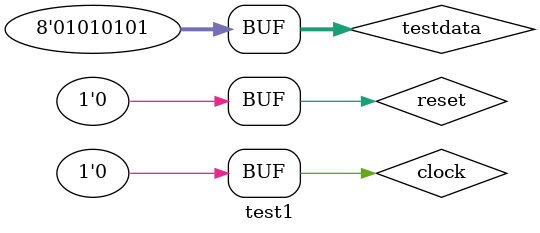
<source format=v>
module test1();
localparam CYCLES = 8;
reg clock = 1'b0;
reg reset = 1'b0;

reg [7:0] testdata = 8'b01010101;

wire dout;

shift_reg_piso #(.size(8)) sr(
	.clk(clock),
	.reset(reset),
	.datain(testdata),
	.dataout(dout)
);

initial begin
	reset = 1'b1;
	#1 reset = 1'b0;
end

always @ (posedge clock) begin
	$display("Posedge");
	$display("%b", dout);
end

initial repeat(CYCLES*2) begin
	#5 clock = ~clock;
end

endmodule


</source>
